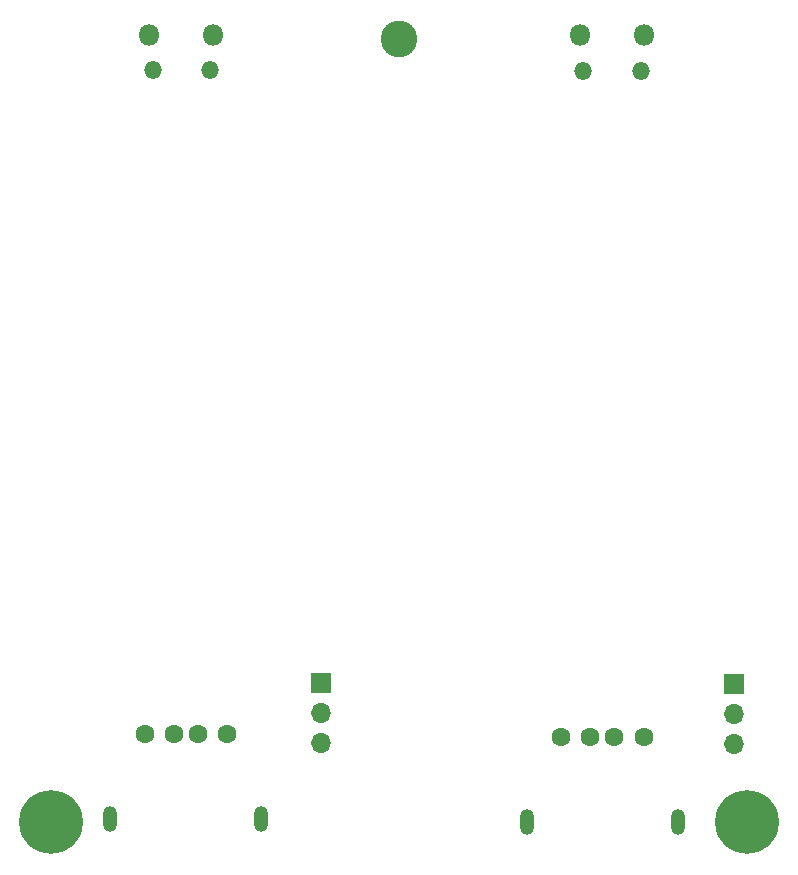
<source format=gbs>
G04 #@! TF.GenerationSoftware,KiCad,Pcbnew,7.0.10+1*
G04 #@! TF.CreationDate,2024-02-25T17:50:53-05:00*
G04 #@! TF.ProjectId,DeskHop_JLCPCB,4465736b-486f-4705-9f4a-4c435043422e,rev?*
G04 #@! TF.SameCoordinates,Original*
G04 #@! TF.FileFunction,Soldermask,Bot*
G04 #@! TF.FilePolarity,Negative*
%FSLAX46Y46*%
G04 Gerber Fmt 4.6, Leading zero omitted, Abs format (unit mm)*
G04 Created by KiCad (PCBNEW 7.0.10+1) date 2024-02-25 17:50:53*
%MOMM*%
%LPD*%
G01*
G04 APERTURE LIST*
%ADD10O,1.800000X1.800000*%
%ADD11O,1.500000X1.500000*%
%ADD12C,3.100000*%
%ADD13C,1.600000*%
%ADD14O,1.200000X2.200000*%
%ADD15R,1.700000X1.700000*%
%ADD16O,1.700000X1.700000*%
%ADD17C,5.400000*%
G04 APERTURE END LIST*
D10*
X82619000Y-44834000D03*
D11*
X82919000Y-47864000D03*
X87769000Y-47864000D03*
D10*
X88069000Y-44834000D03*
X46160523Y-44818249D03*
D11*
X46460523Y-47848249D03*
X51310523Y-47848249D03*
D10*
X51610523Y-44818249D03*
D12*
X67310000Y-45212000D03*
D13*
X45773500Y-104033500D03*
X48273500Y-104033500D03*
X50273500Y-104033500D03*
X52773500Y-104033500D03*
D14*
X55673500Y-111233500D03*
X42873500Y-111233500D03*
D15*
X95667537Y-99795757D03*
D16*
X95667537Y-102335757D03*
X95667537Y-104875757D03*
D12*
X96774000Y-111506000D03*
D17*
X96774000Y-111506000D03*
D13*
X81032000Y-104306000D03*
X83532000Y-104306000D03*
X85532000Y-104306000D03*
X88032000Y-104306000D03*
D14*
X90932000Y-111506000D03*
X78132000Y-111506000D03*
D12*
X37846000Y-111506000D03*
D17*
X37846000Y-111506000D03*
D15*
X60731042Y-99717876D03*
D16*
X60731042Y-102257876D03*
X60731042Y-104797876D03*
M02*

</source>
